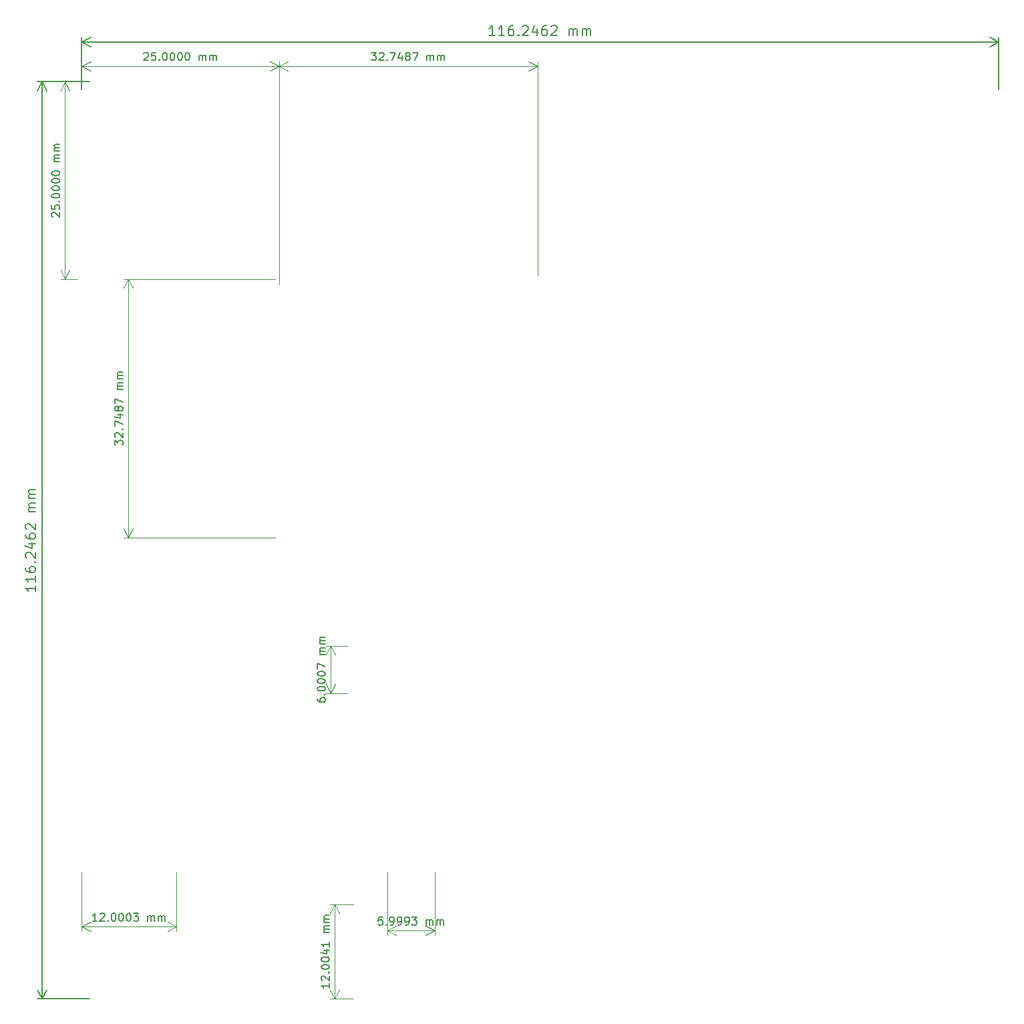
<source format=gbr>
G04 #@! TF.GenerationSoftware,KiCad,Pcbnew,9.0.0-rc2-3baa6cd791~182~ubuntu24.04.1*
G04 #@! TF.CreationDate,2025-02-06T23:06:31-05:00*
G04 #@! TF.ProjectId,PCA20073_Tiny_Board_Panel,50434132-3030-4373-935f-54696e795f42,rev?*
G04 #@! TF.SameCoordinates,PX5630ad8PY1312d00*
G04 #@! TF.FileFunction,OtherDrawing,Comment*
%FSLAX46Y46*%
G04 Gerber Fmt 4.6, Leading zero omitted, Abs format (unit mm)*
G04 Created by KiCad (PCBNEW 9.0.0-rc2-3baa6cd791~182~ubuntu24.04.1) date 2025-02-06 23:06:31*
%MOMM*%
%LPD*%
G01*
G04 APERTURE LIST*
%ADD10C,0.150000*%
%ADD11C,0.100000*%
%ADD12C,0.158750*%
%ADD13C,0.200000*%
G04 APERTURE END LIST*
D10*
X7880953Y3599943D02*
X7928572Y3647562D01*
X7928572Y3647562D02*
X8023810Y3695181D01*
X8023810Y3695181D02*
X8261905Y3695181D01*
X8261905Y3695181D02*
X8357143Y3647562D01*
X8357143Y3647562D02*
X8404762Y3599943D01*
X8404762Y3599943D02*
X8452381Y3504705D01*
X8452381Y3504705D02*
X8452381Y3409467D01*
X8452381Y3409467D02*
X8404762Y3266610D01*
X8404762Y3266610D02*
X7833334Y2695181D01*
X7833334Y2695181D02*
X8452381Y2695181D01*
X9357143Y3695181D02*
X8880953Y3695181D01*
X8880953Y3695181D02*
X8833334Y3218991D01*
X8833334Y3218991D02*
X8880953Y3266610D01*
X8880953Y3266610D02*
X8976191Y3314229D01*
X8976191Y3314229D02*
X9214286Y3314229D01*
X9214286Y3314229D02*
X9309524Y3266610D01*
X9309524Y3266610D02*
X9357143Y3218991D01*
X9357143Y3218991D02*
X9404762Y3123753D01*
X9404762Y3123753D02*
X9404762Y2885658D01*
X9404762Y2885658D02*
X9357143Y2790420D01*
X9357143Y2790420D02*
X9309524Y2742800D01*
X9309524Y2742800D02*
X9214286Y2695181D01*
X9214286Y2695181D02*
X8976191Y2695181D01*
X8976191Y2695181D02*
X8880953Y2742800D01*
X8880953Y2742800D02*
X8833334Y2790420D01*
X9833334Y2790420D02*
X9880953Y2742800D01*
X9880953Y2742800D02*
X9833334Y2695181D01*
X9833334Y2695181D02*
X9785715Y2742800D01*
X9785715Y2742800D02*
X9833334Y2790420D01*
X9833334Y2790420D02*
X9833334Y2695181D01*
X10500000Y3695181D02*
X10595238Y3695181D01*
X10595238Y3695181D02*
X10690476Y3647562D01*
X10690476Y3647562D02*
X10738095Y3599943D01*
X10738095Y3599943D02*
X10785714Y3504705D01*
X10785714Y3504705D02*
X10833333Y3314229D01*
X10833333Y3314229D02*
X10833333Y3076134D01*
X10833333Y3076134D02*
X10785714Y2885658D01*
X10785714Y2885658D02*
X10738095Y2790420D01*
X10738095Y2790420D02*
X10690476Y2742800D01*
X10690476Y2742800D02*
X10595238Y2695181D01*
X10595238Y2695181D02*
X10500000Y2695181D01*
X10500000Y2695181D02*
X10404762Y2742800D01*
X10404762Y2742800D02*
X10357143Y2790420D01*
X10357143Y2790420D02*
X10309524Y2885658D01*
X10309524Y2885658D02*
X10261905Y3076134D01*
X10261905Y3076134D02*
X10261905Y3314229D01*
X10261905Y3314229D02*
X10309524Y3504705D01*
X10309524Y3504705D02*
X10357143Y3599943D01*
X10357143Y3599943D02*
X10404762Y3647562D01*
X10404762Y3647562D02*
X10500000Y3695181D01*
X11452381Y3695181D02*
X11547619Y3695181D01*
X11547619Y3695181D02*
X11642857Y3647562D01*
X11642857Y3647562D02*
X11690476Y3599943D01*
X11690476Y3599943D02*
X11738095Y3504705D01*
X11738095Y3504705D02*
X11785714Y3314229D01*
X11785714Y3314229D02*
X11785714Y3076134D01*
X11785714Y3076134D02*
X11738095Y2885658D01*
X11738095Y2885658D02*
X11690476Y2790420D01*
X11690476Y2790420D02*
X11642857Y2742800D01*
X11642857Y2742800D02*
X11547619Y2695181D01*
X11547619Y2695181D02*
X11452381Y2695181D01*
X11452381Y2695181D02*
X11357143Y2742800D01*
X11357143Y2742800D02*
X11309524Y2790420D01*
X11309524Y2790420D02*
X11261905Y2885658D01*
X11261905Y2885658D02*
X11214286Y3076134D01*
X11214286Y3076134D02*
X11214286Y3314229D01*
X11214286Y3314229D02*
X11261905Y3504705D01*
X11261905Y3504705D02*
X11309524Y3599943D01*
X11309524Y3599943D02*
X11357143Y3647562D01*
X11357143Y3647562D02*
X11452381Y3695181D01*
X12404762Y3695181D02*
X12500000Y3695181D01*
X12500000Y3695181D02*
X12595238Y3647562D01*
X12595238Y3647562D02*
X12642857Y3599943D01*
X12642857Y3599943D02*
X12690476Y3504705D01*
X12690476Y3504705D02*
X12738095Y3314229D01*
X12738095Y3314229D02*
X12738095Y3076134D01*
X12738095Y3076134D02*
X12690476Y2885658D01*
X12690476Y2885658D02*
X12642857Y2790420D01*
X12642857Y2790420D02*
X12595238Y2742800D01*
X12595238Y2742800D02*
X12500000Y2695181D01*
X12500000Y2695181D02*
X12404762Y2695181D01*
X12404762Y2695181D02*
X12309524Y2742800D01*
X12309524Y2742800D02*
X12261905Y2790420D01*
X12261905Y2790420D02*
X12214286Y2885658D01*
X12214286Y2885658D02*
X12166667Y3076134D01*
X12166667Y3076134D02*
X12166667Y3314229D01*
X12166667Y3314229D02*
X12214286Y3504705D01*
X12214286Y3504705D02*
X12261905Y3599943D01*
X12261905Y3599943D02*
X12309524Y3647562D01*
X12309524Y3647562D02*
X12404762Y3695181D01*
X13357143Y3695181D02*
X13452381Y3695181D01*
X13452381Y3695181D02*
X13547619Y3647562D01*
X13547619Y3647562D02*
X13595238Y3599943D01*
X13595238Y3599943D02*
X13642857Y3504705D01*
X13642857Y3504705D02*
X13690476Y3314229D01*
X13690476Y3314229D02*
X13690476Y3076134D01*
X13690476Y3076134D02*
X13642857Y2885658D01*
X13642857Y2885658D02*
X13595238Y2790420D01*
X13595238Y2790420D02*
X13547619Y2742800D01*
X13547619Y2742800D02*
X13452381Y2695181D01*
X13452381Y2695181D02*
X13357143Y2695181D01*
X13357143Y2695181D02*
X13261905Y2742800D01*
X13261905Y2742800D02*
X13214286Y2790420D01*
X13214286Y2790420D02*
X13166667Y2885658D01*
X13166667Y2885658D02*
X13119048Y3076134D01*
X13119048Y3076134D02*
X13119048Y3314229D01*
X13119048Y3314229D02*
X13166667Y3504705D01*
X13166667Y3504705D02*
X13214286Y3599943D01*
X13214286Y3599943D02*
X13261905Y3647562D01*
X13261905Y3647562D02*
X13357143Y3695181D01*
X14880953Y2695181D02*
X14880953Y3361848D01*
X14880953Y3266610D02*
X14928572Y3314229D01*
X14928572Y3314229D02*
X15023810Y3361848D01*
X15023810Y3361848D02*
X15166667Y3361848D01*
X15166667Y3361848D02*
X15261905Y3314229D01*
X15261905Y3314229D02*
X15309524Y3218991D01*
X15309524Y3218991D02*
X15309524Y2695181D01*
X15309524Y3218991D02*
X15357143Y3314229D01*
X15357143Y3314229D02*
X15452381Y3361848D01*
X15452381Y3361848D02*
X15595238Y3361848D01*
X15595238Y3361848D02*
X15690477Y3314229D01*
X15690477Y3314229D02*
X15738096Y3218991D01*
X15738096Y3218991D02*
X15738096Y2695181D01*
X16214286Y2695181D02*
X16214286Y3361848D01*
X16214286Y3266610D02*
X16261905Y3314229D01*
X16261905Y3314229D02*
X16357143Y3361848D01*
X16357143Y3361848D02*
X16500000Y3361848D01*
X16500000Y3361848D02*
X16595238Y3314229D01*
X16595238Y3314229D02*
X16642857Y3218991D01*
X16642857Y3218991D02*
X16642857Y2695181D01*
X16642857Y3218991D02*
X16690476Y3314229D01*
X16690476Y3314229D02*
X16785714Y3361848D01*
X16785714Y3361848D02*
X16928571Y3361848D01*
X16928571Y3361848D02*
X17023810Y3314229D01*
X17023810Y3314229D02*
X17071429Y3218991D01*
X17071429Y3218991D02*
X17071429Y2695181D01*
D11*
X25000000Y-25700000D02*
X25000000Y2586420D01*
X0Y2586420D02*
X0Y-700000D01*
X25000000Y2000000D02*
X0Y2000000D01*
X25000000Y2000000D02*
X0Y2000000D01*
X25000000Y2000000D02*
X23873496Y1413579D01*
X25000000Y2000000D02*
X23873496Y2586421D01*
X0Y2000000D02*
X1126504Y2586421D01*
X0Y2000000D02*
X1126504Y1413579D01*
X25000000Y2000000D02*
X0Y2000000D01*
X25000000Y2000000D02*
X0Y2000000D01*
X25000000Y2000000D02*
X23873496Y1413579D01*
X25000000Y2000000D02*
X23873496Y2586421D01*
X0Y2000000D02*
X1126504Y2586421D01*
X0Y2000000D02*
X1126504Y1413579D01*
D10*
X-3699943Y-17119046D02*
X-3747562Y-17071427D01*
X-3747562Y-17071427D02*
X-3795181Y-16976189D01*
X-3795181Y-16976189D02*
X-3795181Y-16738094D01*
X-3795181Y-16738094D02*
X-3747562Y-16642856D01*
X-3747562Y-16642856D02*
X-3699943Y-16595237D01*
X-3699943Y-16595237D02*
X-3604705Y-16547618D01*
X-3604705Y-16547618D02*
X-3509467Y-16547618D01*
X-3509467Y-16547618D02*
X-3366610Y-16595237D01*
X-3366610Y-16595237D02*
X-2795181Y-17166665D01*
X-2795181Y-17166665D02*
X-2795181Y-16547618D01*
X-3795181Y-15642856D02*
X-3795181Y-16119046D01*
X-3795181Y-16119046D02*
X-3318991Y-16166665D01*
X-3318991Y-16166665D02*
X-3366610Y-16119046D01*
X-3366610Y-16119046D02*
X-3414229Y-16023808D01*
X-3414229Y-16023808D02*
X-3414229Y-15785713D01*
X-3414229Y-15785713D02*
X-3366610Y-15690475D01*
X-3366610Y-15690475D02*
X-3318991Y-15642856D01*
X-3318991Y-15642856D02*
X-3223753Y-15595237D01*
X-3223753Y-15595237D02*
X-2985658Y-15595237D01*
X-2985658Y-15595237D02*
X-2890420Y-15642856D01*
X-2890420Y-15642856D02*
X-2842800Y-15690475D01*
X-2842800Y-15690475D02*
X-2795181Y-15785713D01*
X-2795181Y-15785713D02*
X-2795181Y-16023808D01*
X-2795181Y-16023808D02*
X-2842800Y-16119046D01*
X-2842800Y-16119046D02*
X-2890420Y-16166665D01*
X-2890420Y-15166665D02*
X-2842800Y-15119046D01*
X-2842800Y-15119046D02*
X-2795181Y-15166665D01*
X-2795181Y-15166665D02*
X-2842800Y-15214284D01*
X-2842800Y-15214284D02*
X-2890420Y-15166665D01*
X-2890420Y-15166665D02*
X-2795181Y-15166665D01*
X-3795181Y-14499999D02*
X-3795181Y-14404761D01*
X-3795181Y-14404761D02*
X-3747562Y-14309523D01*
X-3747562Y-14309523D02*
X-3699943Y-14261904D01*
X-3699943Y-14261904D02*
X-3604705Y-14214285D01*
X-3604705Y-14214285D02*
X-3414229Y-14166666D01*
X-3414229Y-14166666D02*
X-3176134Y-14166666D01*
X-3176134Y-14166666D02*
X-2985658Y-14214285D01*
X-2985658Y-14214285D02*
X-2890420Y-14261904D01*
X-2890420Y-14261904D02*
X-2842800Y-14309523D01*
X-2842800Y-14309523D02*
X-2795181Y-14404761D01*
X-2795181Y-14404761D02*
X-2795181Y-14499999D01*
X-2795181Y-14499999D02*
X-2842800Y-14595237D01*
X-2842800Y-14595237D02*
X-2890420Y-14642856D01*
X-2890420Y-14642856D02*
X-2985658Y-14690475D01*
X-2985658Y-14690475D02*
X-3176134Y-14738094D01*
X-3176134Y-14738094D02*
X-3414229Y-14738094D01*
X-3414229Y-14738094D02*
X-3604705Y-14690475D01*
X-3604705Y-14690475D02*
X-3699943Y-14642856D01*
X-3699943Y-14642856D02*
X-3747562Y-14595237D01*
X-3747562Y-14595237D02*
X-3795181Y-14499999D01*
X-3795181Y-13547618D02*
X-3795181Y-13452380D01*
X-3795181Y-13452380D02*
X-3747562Y-13357142D01*
X-3747562Y-13357142D02*
X-3699943Y-13309523D01*
X-3699943Y-13309523D02*
X-3604705Y-13261904D01*
X-3604705Y-13261904D02*
X-3414229Y-13214285D01*
X-3414229Y-13214285D02*
X-3176134Y-13214285D01*
X-3176134Y-13214285D02*
X-2985658Y-13261904D01*
X-2985658Y-13261904D02*
X-2890420Y-13309523D01*
X-2890420Y-13309523D02*
X-2842800Y-13357142D01*
X-2842800Y-13357142D02*
X-2795181Y-13452380D01*
X-2795181Y-13452380D02*
X-2795181Y-13547618D01*
X-2795181Y-13547618D02*
X-2842800Y-13642856D01*
X-2842800Y-13642856D02*
X-2890420Y-13690475D01*
X-2890420Y-13690475D02*
X-2985658Y-13738094D01*
X-2985658Y-13738094D02*
X-3176134Y-13785713D01*
X-3176134Y-13785713D02*
X-3414229Y-13785713D01*
X-3414229Y-13785713D02*
X-3604705Y-13738094D01*
X-3604705Y-13738094D02*
X-3699943Y-13690475D01*
X-3699943Y-13690475D02*
X-3747562Y-13642856D01*
X-3747562Y-13642856D02*
X-3795181Y-13547618D01*
X-3795181Y-12595237D02*
X-3795181Y-12499999D01*
X-3795181Y-12499999D02*
X-3747562Y-12404761D01*
X-3747562Y-12404761D02*
X-3699943Y-12357142D01*
X-3699943Y-12357142D02*
X-3604705Y-12309523D01*
X-3604705Y-12309523D02*
X-3414229Y-12261904D01*
X-3414229Y-12261904D02*
X-3176134Y-12261904D01*
X-3176134Y-12261904D02*
X-2985658Y-12309523D01*
X-2985658Y-12309523D02*
X-2890420Y-12357142D01*
X-2890420Y-12357142D02*
X-2842800Y-12404761D01*
X-2842800Y-12404761D02*
X-2795181Y-12499999D01*
X-2795181Y-12499999D02*
X-2795181Y-12595237D01*
X-2795181Y-12595237D02*
X-2842800Y-12690475D01*
X-2842800Y-12690475D02*
X-2890420Y-12738094D01*
X-2890420Y-12738094D02*
X-2985658Y-12785713D01*
X-2985658Y-12785713D02*
X-3176134Y-12833332D01*
X-3176134Y-12833332D02*
X-3414229Y-12833332D01*
X-3414229Y-12833332D02*
X-3604705Y-12785713D01*
X-3604705Y-12785713D02*
X-3699943Y-12738094D01*
X-3699943Y-12738094D02*
X-3747562Y-12690475D01*
X-3747562Y-12690475D02*
X-3795181Y-12595237D01*
X-3795181Y-11642856D02*
X-3795181Y-11547618D01*
X-3795181Y-11547618D02*
X-3747562Y-11452380D01*
X-3747562Y-11452380D02*
X-3699943Y-11404761D01*
X-3699943Y-11404761D02*
X-3604705Y-11357142D01*
X-3604705Y-11357142D02*
X-3414229Y-11309523D01*
X-3414229Y-11309523D02*
X-3176134Y-11309523D01*
X-3176134Y-11309523D02*
X-2985658Y-11357142D01*
X-2985658Y-11357142D02*
X-2890420Y-11404761D01*
X-2890420Y-11404761D02*
X-2842800Y-11452380D01*
X-2842800Y-11452380D02*
X-2795181Y-11547618D01*
X-2795181Y-11547618D02*
X-2795181Y-11642856D01*
X-2795181Y-11642856D02*
X-2842800Y-11738094D01*
X-2842800Y-11738094D02*
X-2890420Y-11785713D01*
X-2890420Y-11785713D02*
X-2985658Y-11833332D01*
X-2985658Y-11833332D02*
X-3176134Y-11880951D01*
X-3176134Y-11880951D02*
X-3414229Y-11880951D01*
X-3414229Y-11880951D02*
X-3604705Y-11833332D01*
X-3604705Y-11833332D02*
X-3699943Y-11785713D01*
X-3699943Y-11785713D02*
X-3747562Y-11738094D01*
X-3747562Y-11738094D02*
X-3795181Y-11642856D01*
X-2795181Y-10119046D02*
X-3461848Y-10119046D01*
X-3366610Y-10119046D02*
X-3414229Y-10071427D01*
X-3414229Y-10071427D02*
X-3461848Y-9976189D01*
X-3461848Y-9976189D02*
X-3461848Y-9833332D01*
X-3461848Y-9833332D02*
X-3414229Y-9738094D01*
X-3414229Y-9738094D02*
X-3318991Y-9690475D01*
X-3318991Y-9690475D02*
X-2795181Y-9690475D01*
X-3318991Y-9690475D02*
X-3414229Y-9642856D01*
X-3414229Y-9642856D02*
X-3461848Y-9547618D01*
X-3461848Y-9547618D02*
X-3461848Y-9404761D01*
X-3461848Y-9404761D02*
X-3414229Y-9309522D01*
X-3414229Y-9309522D02*
X-3318991Y-9261903D01*
X-3318991Y-9261903D02*
X-2795181Y-9261903D01*
X-2795181Y-8785713D02*
X-3461848Y-8785713D01*
X-3366610Y-8785713D02*
X-3414229Y-8738094D01*
X-3414229Y-8738094D02*
X-3461848Y-8642856D01*
X-3461848Y-8642856D02*
X-3461848Y-8499999D01*
X-3461848Y-8499999D02*
X-3414229Y-8404761D01*
X-3414229Y-8404761D02*
X-3318991Y-8357142D01*
X-3318991Y-8357142D02*
X-2795181Y-8357142D01*
X-3318991Y-8357142D02*
X-3414229Y-8309523D01*
X-3414229Y-8309523D02*
X-3461848Y-8214285D01*
X-3461848Y-8214285D02*
X-3461848Y-8071428D01*
X-3461848Y-8071428D02*
X-3414229Y-7976189D01*
X-3414229Y-7976189D02*
X-3318991Y-7928570D01*
X-3318991Y-7928570D02*
X-2795181Y-7928570D01*
D11*
X-500000Y0D02*
X-2686420Y0D01*
X-2686420Y-25000000D02*
X-500000Y-25000000D01*
X-2100000Y0D02*
X-2100000Y-25000000D01*
X-2100000Y0D02*
X-2100000Y-25000000D01*
X-2100000Y0D02*
X-1513579Y-1126504D01*
X-2100000Y0D02*
X-2686421Y-1126504D01*
X-2100000Y-25000000D02*
X-2686421Y-23873496D01*
X-2100000Y-25000000D02*
X-1513579Y-23873496D01*
X-2100000Y0D02*
X-2100000Y-25000000D01*
X-2100000Y0D02*
X-2100000Y-25000000D01*
X-2100000Y0D02*
X-1513579Y-1126504D01*
X-2100000Y0D02*
X-2686421Y-1126504D01*
X-2100000Y-25000000D02*
X-2686421Y-23873496D01*
X-2100000Y-25000000D02*
X-1513579Y-23873496D01*
D10*
X4204819Y-46061849D02*
X4204819Y-45442802D01*
X4204819Y-45442802D02*
X4585771Y-45776135D01*
X4585771Y-45776135D02*
X4585771Y-45633278D01*
X4585771Y-45633278D02*
X4633390Y-45538040D01*
X4633390Y-45538040D02*
X4681009Y-45490421D01*
X4681009Y-45490421D02*
X4776247Y-45442802D01*
X4776247Y-45442802D02*
X5014342Y-45442802D01*
X5014342Y-45442802D02*
X5109580Y-45490421D01*
X5109580Y-45490421D02*
X5157200Y-45538040D01*
X5157200Y-45538040D02*
X5204819Y-45633278D01*
X5204819Y-45633278D02*
X5204819Y-45918992D01*
X5204819Y-45918992D02*
X5157200Y-46014230D01*
X5157200Y-46014230D02*
X5109580Y-46061849D01*
X4300057Y-45061849D02*
X4252438Y-45014230D01*
X4252438Y-45014230D02*
X4204819Y-44918992D01*
X4204819Y-44918992D02*
X4204819Y-44680897D01*
X4204819Y-44680897D02*
X4252438Y-44585659D01*
X4252438Y-44585659D02*
X4300057Y-44538040D01*
X4300057Y-44538040D02*
X4395295Y-44490421D01*
X4395295Y-44490421D02*
X4490533Y-44490421D01*
X4490533Y-44490421D02*
X4633390Y-44538040D01*
X4633390Y-44538040D02*
X5204819Y-45109468D01*
X5204819Y-45109468D02*
X5204819Y-44490421D01*
X5109580Y-44061849D02*
X5157200Y-44014230D01*
X5157200Y-44014230D02*
X5204819Y-44061849D01*
X5204819Y-44061849D02*
X5157200Y-44109468D01*
X5157200Y-44109468D02*
X5109580Y-44061849D01*
X5109580Y-44061849D02*
X5204819Y-44061849D01*
X4204819Y-43680897D02*
X4204819Y-43014231D01*
X4204819Y-43014231D02*
X5204819Y-43442802D01*
X4538152Y-42204707D02*
X5204819Y-42204707D01*
X4157200Y-42442802D02*
X4871485Y-42680897D01*
X4871485Y-42680897D02*
X4871485Y-42061850D01*
X4633390Y-41538040D02*
X4585771Y-41633278D01*
X4585771Y-41633278D02*
X4538152Y-41680897D01*
X4538152Y-41680897D02*
X4442914Y-41728516D01*
X4442914Y-41728516D02*
X4395295Y-41728516D01*
X4395295Y-41728516D02*
X4300057Y-41680897D01*
X4300057Y-41680897D02*
X4252438Y-41633278D01*
X4252438Y-41633278D02*
X4204819Y-41538040D01*
X4204819Y-41538040D02*
X4204819Y-41347564D01*
X4204819Y-41347564D02*
X4252438Y-41252326D01*
X4252438Y-41252326D02*
X4300057Y-41204707D01*
X4300057Y-41204707D02*
X4395295Y-41157088D01*
X4395295Y-41157088D02*
X4442914Y-41157088D01*
X4442914Y-41157088D02*
X4538152Y-41204707D01*
X4538152Y-41204707D02*
X4585771Y-41252326D01*
X4585771Y-41252326D02*
X4633390Y-41347564D01*
X4633390Y-41347564D02*
X4633390Y-41538040D01*
X4633390Y-41538040D02*
X4681009Y-41633278D01*
X4681009Y-41633278D02*
X4728628Y-41680897D01*
X4728628Y-41680897D02*
X4823866Y-41728516D01*
X4823866Y-41728516D02*
X5014342Y-41728516D01*
X5014342Y-41728516D02*
X5109580Y-41680897D01*
X5109580Y-41680897D02*
X5157200Y-41633278D01*
X5157200Y-41633278D02*
X5204819Y-41538040D01*
X5204819Y-41538040D02*
X5204819Y-41347564D01*
X5204819Y-41347564D02*
X5157200Y-41252326D01*
X5157200Y-41252326D02*
X5109580Y-41204707D01*
X5109580Y-41204707D02*
X5014342Y-41157088D01*
X5014342Y-41157088D02*
X4823866Y-41157088D01*
X4823866Y-41157088D02*
X4728628Y-41204707D01*
X4728628Y-41204707D02*
X4681009Y-41252326D01*
X4681009Y-41252326D02*
X4633390Y-41347564D01*
X4204819Y-40823754D02*
X4204819Y-40157088D01*
X4204819Y-40157088D02*
X5204819Y-40585659D01*
X5204819Y-39014230D02*
X4538152Y-39014230D01*
X4633390Y-39014230D02*
X4585771Y-38966611D01*
X4585771Y-38966611D02*
X4538152Y-38871373D01*
X4538152Y-38871373D02*
X4538152Y-38728516D01*
X4538152Y-38728516D02*
X4585771Y-38633278D01*
X4585771Y-38633278D02*
X4681009Y-38585659D01*
X4681009Y-38585659D02*
X5204819Y-38585659D01*
X4681009Y-38585659D02*
X4585771Y-38538040D01*
X4585771Y-38538040D02*
X4538152Y-38442802D01*
X4538152Y-38442802D02*
X4538152Y-38299945D01*
X4538152Y-38299945D02*
X4585771Y-38204706D01*
X4585771Y-38204706D02*
X4681009Y-38157087D01*
X4681009Y-38157087D02*
X5204819Y-38157087D01*
X5204819Y-37680897D02*
X4538152Y-37680897D01*
X4633390Y-37680897D02*
X4585771Y-37633278D01*
X4585771Y-37633278D02*
X4538152Y-37538040D01*
X4538152Y-37538040D02*
X4538152Y-37395183D01*
X4538152Y-37395183D02*
X4585771Y-37299945D01*
X4585771Y-37299945D02*
X4681009Y-37252326D01*
X4681009Y-37252326D02*
X5204819Y-37252326D01*
X4681009Y-37252326D02*
X4585771Y-37204707D01*
X4585771Y-37204707D02*
X4538152Y-37109469D01*
X4538152Y-37109469D02*
X4538152Y-36966612D01*
X4538152Y-36966612D02*
X4585771Y-36871373D01*
X4585771Y-36871373D02*
X4681009Y-36823754D01*
X4681009Y-36823754D02*
X5204819Y-36823754D01*
D11*
X24520801Y-25020815D02*
X5313580Y-25020815D01*
X5313580Y-57769552D02*
X24520801Y-57769552D01*
X5900000Y-25020815D02*
X5900000Y-57769552D01*
X5900000Y-25020815D02*
X5900000Y-57769552D01*
X5900000Y-25020815D02*
X6486421Y-26147319D01*
X5900000Y-25020815D02*
X5313579Y-26147319D01*
X5900000Y-57769552D02*
X5313579Y-56643048D01*
X5900000Y-57769552D02*
X6486421Y-56643048D01*
X5900000Y-25020815D02*
X5900000Y-57769552D01*
X5900000Y-25020815D02*
X5900000Y-57769552D01*
X5900000Y-25020815D02*
X6486421Y-26147319D01*
X5900000Y-25020815D02*
X5313579Y-26147319D01*
X5900000Y-57769552D02*
X5313579Y-56643048D01*
X5900000Y-57769552D02*
X6486421Y-56643048D01*
D10*
X36728496Y3695181D02*
X37347543Y3695181D01*
X37347543Y3695181D02*
X37014210Y3314229D01*
X37014210Y3314229D02*
X37157067Y3314229D01*
X37157067Y3314229D02*
X37252305Y3266610D01*
X37252305Y3266610D02*
X37299924Y3218991D01*
X37299924Y3218991D02*
X37347543Y3123753D01*
X37347543Y3123753D02*
X37347543Y2885658D01*
X37347543Y2885658D02*
X37299924Y2790420D01*
X37299924Y2790420D02*
X37252305Y2742800D01*
X37252305Y2742800D02*
X37157067Y2695181D01*
X37157067Y2695181D02*
X36871353Y2695181D01*
X36871353Y2695181D02*
X36776115Y2742800D01*
X36776115Y2742800D02*
X36728496Y2790420D01*
X37728496Y3599943D02*
X37776115Y3647562D01*
X37776115Y3647562D02*
X37871353Y3695181D01*
X37871353Y3695181D02*
X38109448Y3695181D01*
X38109448Y3695181D02*
X38204686Y3647562D01*
X38204686Y3647562D02*
X38252305Y3599943D01*
X38252305Y3599943D02*
X38299924Y3504705D01*
X38299924Y3504705D02*
X38299924Y3409467D01*
X38299924Y3409467D02*
X38252305Y3266610D01*
X38252305Y3266610D02*
X37680877Y2695181D01*
X37680877Y2695181D02*
X38299924Y2695181D01*
X38728496Y2790420D02*
X38776115Y2742800D01*
X38776115Y2742800D02*
X38728496Y2695181D01*
X38728496Y2695181D02*
X38680877Y2742800D01*
X38680877Y2742800D02*
X38728496Y2790420D01*
X38728496Y2790420D02*
X38728496Y2695181D01*
X39109448Y3695181D02*
X39776114Y3695181D01*
X39776114Y3695181D02*
X39347543Y2695181D01*
X40585638Y3361848D02*
X40585638Y2695181D01*
X40347543Y3742800D02*
X40109448Y3028515D01*
X40109448Y3028515D02*
X40728495Y3028515D01*
X41252305Y3266610D02*
X41157067Y3314229D01*
X41157067Y3314229D02*
X41109448Y3361848D01*
X41109448Y3361848D02*
X41061829Y3457086D01*
X41061829Y3457086D02*
X41061829Y3504705D01*
X41061829Y3504705D02*
X41109448Y3599943D01*
X41109448Y3599943D02*
X41157067Y3647562D01*
X41157067Y3647562D02*
X41252305Y3695181D01*
X41252305Y3695181D02*
X41442781Y3695181D01*
X41442781Y3695181D02*
X41538019Y3647562D01*
X41538019Y3647562D02*
X41585638Y3599943D01*
X41585638Y3599943D02*
X41633257Y3504705D01*
X41633257Y3504705D02*
X41633257Y3457086D01*
X41633257Y3457086D02*
X41585638Y3361848D01*
X41585638Y3361848D02*
X41538019Y3314229D01*
X41538019Y3314229D02*
X41442781Y3266610D01*
X41442781Y3266610D02*
X41252305Y3266610D01*
X41252305Y3266610D02*
X41157067Y3218991D01*
X41157067Y3218991D02*
X41109448Y3171372D01*
X41109448Y3171372D02*
X41061829Y3076134D01*
X41061829Y3076134D02*
X41061829Y2885658D01*
X41061829Y2885658D02*
X41109448Y2790420D01*
X41109448Y2790420D02*
X41157067Y2742800D01*
X41157067Y2742800D02*
X41252305Y2695181D01*
X41252305Y2695181D02*
X41442781Y2695181D01*
X41442781Y2695181D02*
X41538019Y2742800D01*
X41538019Y2742800D02*
X41585638Y2790420D01*
X41585638Y2790420D02*
X41633257Y2885658D01*
X41633257Y2885658D02*
X41633257Y3076134D01*
X41633257Y3076134D02*
X41585638Y3171372D01*
X41585638Y3171372D02*
X41538019Y3218991D01*
X41538019Y3218991D02*
X41442781Y3266610D01*
X41966591Y3695181D02*
X42633257Y3695181D01*
X42633257Y3695181D02*
X42204686Y2695181D01*
X43776115Y2695181D02*
X43776115Y3361848D01*
X43776115Y3266610D02*
X43823734Y3314229D01*
X43823734Y3314229D02*
X43918972Y3361848D01*
X43918972Y3361848D02*
X44061829Y3361848D01*
X44061829Y3361848D02*
X44157067Y3314229D01*
X44157067Y3314229D02*
X44204686Y3218991D01*
X44204686Y3218991D02*
X44204686Y2695181D01*
X44204686Y3218991D02*
X44252305Y3314229D01*
X44252305Y3314229D02*
X44347543Y3361848D01*
X44347543Y3361848D02*
X44490400Y3361848D01*
X44490400Y3361848D02*
X44585639Y3314229D01*
X44585639Y3314229D02*
X44633258Y3218991D01*
X44633258Y3218991D02*
X44633258Y2695181D01*
X45109448Y2695181D02*
X45109448Y3361848D01*
X45109448Y3266610D02*
X45157067Y3314229D01*
X45157067Y3314229D02*
X45252305Y3361848D01*
X45252305Y3361848D02*
X45395162Y3361848D01*
X45395162Y3361848D02*
X45490400Y3314229D01*
X45490400Y3314229D02*
X45538019Y3218991D01*
X45538019Y3218991D02*
X45538019Y2695181D01*
X45538019Y3218991D02*
X45585638Y3314229D01*
X45585638Y3314229D02*
X45680876Y3361848D01*
X45680876Y3361848D02*
X45823733Y3361848D01*
X45823733Y3361848D02*
X45918972Y3314229D01*
X45918972Y3314229D02*
X45966591Y3218991D01*
X45966591Y3218991D02*
X45966591Y2695181D01*
D11*
X25020801Y-24520815D02*
X25020801Y2586420D01*
X57769522Y2586420D02*
X57769522Y-24520815D01*
X25020801Y2000000D02*
X57769522Y2000000D01*
X25020801Y2000000D02*
X57769522Y2000000D01*
X25020801Y2000000D02*
X26147305Y2586421D01*
X25020801Y2000000D02*
X26147305Y1413579D01*
X57769522Y2000000D02*
X56643018Y1413579D01*
X57769522Y2000000D02*
X56643018Y2586421D01*
X25020801Y2000000D02*
X57769522Y2000000D01*
X25020801Y2000000D02*
X57769522Y2000000D01*
X25020801Y2000000D02*
X26147305Y2586421D01*
X25020801Y2000000D02*
X26147305Y1413579D01*
X57769522Y2000000D02*
X56643018Y1413579D01*
X57769522Y2000000D02*
X56643018Y2586421D01*
D10*
X29864819Y-78164140D02*
X29864819Y-78354616D01*
X29864819Y-78354616D02*
X29912438Y-78449854D01*
X29912438Y-78449854D02*
X29960057Y-78497473D01*
X29960057Y-78497473D02*
X30102914Y-78592711D01*
X30102914Y-78592711D02*
X30293390Y-78640330D01*
X30293390Y-78640330D02*
X30674342Y-78640330D01*
X30674342Y-78640330D02*
X30769580Y-78592711D01*
X30769580Y-78592711D02*
X30817200Y-78545092D01*
X30817200Y-78545092D02*
X30864819Y-78449854D01*
X30864819Y-78449854D02*
X30864819Y-78259378D01*
X30864819Y-78259378D02*
X30817200Y-78164140D01*
X30817200Y-78164140D02*
X30769580Y-78116521D01*
X30769580Y-78116521D02*
X30674342Y-78068902D01*
X30674342Y-78068902D02*
X30436247Y-78068902D01*
X30436247Y-78068902D02*
X30341009Y-78116521D01*
X30341009Y-78116521D02*
X30293390Y-78164140D01*
X30293390Y-78164140D02*
X30245771Y-78259378D01*
X30245771Y-78259378D02*
X30245771Y-78449854D01*
X30245771Y-78449854D02*
X30293390Y-78545092D01*
X30293390Y-78545092D02*
X30341009Y-78592711D01*
X30341009Y-78592711D02*
X30436247Y-78640330D01*
X30769580Y-77640330D02*
X30817200Y-77592711D01*
X30817200Y-77592711D02*
X30864819Y-77640330D01*
X30864819Y-77640330D02*
X30817200Y-77687949D01*
X30817200Y-77687949D02*
X30769580Y-77640330D01*
X30769580Y-77640330D02*
X30864819Y-77640330D01*
X29864819Y-76973664D02*
X29864819Y-76878426D01*
X29864819Y-76878426D02*
X29912438Y-76783188D01*
X29912438Y-76783188D02*
X29960057Y-76735569D01*
X29960057Y-76735569D02*
X30055295Y-76687950D01*
X30055295Y-76687950D02*
X30245771Y-76640331D01*
X30245771Y-76640331D02*
X30483866Y-76640331D01*
X30483866Y-76640331D02*
X30674342Y-76687950D01*
X30674342Y-76687950D02*
X30769580Y-76735569D01*
X30769580Y-76735569D02*
X30817200Y-76783188D01*
X30817200Y-76783188D02*
X30864819Y-76878426D01*
X30864819Y-76878426D02*
X30864819Y-76973664D01*
X30864819Y-76973664D02*
X30817200Y-77068902D01*
X30817200Y-77068902D02*
X30769580Y-77116521D01*
X30769580Y-77116521D02*
X30674342Y-77164140D01*
X30674342Y-77164140D02*
X30483866Y-77211759D01*
X30483866Y-77211759D02*
X30245771Y-77211759D01*
X30245771Y-77211759D02*
X30055295Y-77164140D01*
X30055295Y-77164140D02*
X29960057Y-77116521D01*
X29960057Y-77116521D02*
X29912438Y-77068902D01*
X29912438Y-77068902D02*
X29864819Y-76973664D01*
X29864819Y-76021283D02*
X29864819Y-75926045D01*
X29864819Y-75926045D02*
X29912438Y-75830807D01*
X29912438Y-75830807D02*
X29960057Y-75783188D01*
X29960057Y-75783188D02*
X30055295Y-75735569D01*
X30055295Y-75735569D02*
X30245771Y-75687950D01*
X30245771Y-75687950D02*
X30483866Y-75687950D01*
X30483866Y-75687950D02*
X30674342Y-75735569D01*
X30674342Y-75735569D02*
X30769580Y-75783188D01*
X30769580Y-75783188D02*
X30817200Y-75830807D01*
X30817200Y-75830807D02*
X30864819Y-75926045D01*
X30864819Y-75926045D02*
X30864819Y-76021283D01*
X30864819Y-76021283D02*
X30817200Y-76116521D01*
X30817200Y-76116521D02*
X30769580Y-76164140D01*
X30769580Y-76164140D02*
X30674342Y-76211759D01*
X30674342Y-76211759D02*
X30483866Y-76259378D01*
X30483866Y-76259378D02*
X30245771Y-76259378D01*
X30245771Y-76259378D02*
X30055295Y-76211759D01*
X30055295Y-76211759D02*
X29960057Y-76164140D01*
X29960057Y-76164140D02*
X29912438Y-76116521D01*
X29912438Y-76116521D02*
X29864819Y-76021283D01*
X29864819Y-75068902D02*
X29864819Y-74973664D01*
X29864819Y-74973664D02*
X29912438Y-74878426D01*
X29912438Y-74878426D02*
X29960057Y-74830807D01*
X29960057Y-74830807D02*
X30055295Y-74783188D01*
X30055295Y-74783188D02*
X30245771Y-74735569D01*
X30245771Y-74735569D02*
X30483866Y-74735569D01*
X30483866Y-74735569D02*
X30674342Y-74783188D01*
X30674342Y-74783188D02*
X30769580Y-74830807D01*
X30769580Y-74830807D02*
X30817200Y-74878426D01*
X30817200Y-74878426D02*
X30864819Y-74973664D01*
X30864819Y-74973664D02*
X30864819Y-75068902D01*
X30864819Y-75068902D02*
X30817200Y-75164140D01*
X30817200Y-75164140D02*
X30769580Y-75211759D01*
X30769580Y-75211759D02*
X30674342Y-75259378D01*
X30674342Y-75259378D02*
X30483866Y-75306997D01*
X30483866Y-75306997D02*
X30245771Y-75306997D01*
X30245771Y-75306997D02*
X30055295Y-75259378D01*
X30055295Y-75259378D02*
X29960057Y-75211759D01*
X29960057Y-75211759D02*
X29912438Y-75164140D01*
X29912438Y-75164140D02*
X29864819Y-75068902D01*
X29864819Y-74402235D02*
X29864819Y-73735569D01*
X29864819Y-73735569D02*
X30864819Y-74164140D01*
X30864819Y-72592711D02*
X30198152Y-72592711D01*
X30293390Y-72592711D02*
X30245771Y-72545092D01*
X30245771Y-72545092D02*
X30198152Y-72449854D01*
X30198152Y-72449854D02*
X30198152Y-72306997D01*
X30198152Y-72306997D02*
X30245771Y-72211759D01*
X30245771Y-72211759D02*
X30341009Y-72164140D01*
X30341009Y-72164140D02*
X30864819Y-72164140D01*
X30341009Y-72164140D02*
X30245771Y-72116521D01*
X30245771Y-72116521D02*
X30198152Y-72021283D01*
X30198152Y-72021283D02*
X30198152Y-71878426D01*
X30198152Y-71878426D02*
X30245771Y-71783187D01*
X30245771Y-71783187D02*
X30341009Y-71735568D01*
X30341009Y-71735568D02*
X30864819Y-71735568D01*
X30864819Y-71259378D02*
X30198152Y-71259378D01*
X30293390Y-71259378D02*
X30245771Y-71211759D01*
X30245771Y-71211759D02*
X30198152Y-71116521D01*
X30198152Y-71116521D02*
X30198152Y-70973664D01*
X30198152Y-70973664D02*
X30245771Y-70878426D01*
X30245771Y-70878426D02*
X30341009Y-70830807D01*
X30341009Y-70830807D02*
X30864819Y-70830807D01*
X30341009Y-70830807D02*
X30245771Y-70783188D01*
X30245771Y-70783188D02*
X30198152Y-70687950D01*
X30198152Y-70687950D02*
X30198152Y-70545093D01*
X30198152Y-70545093D02*
X30245771Y-70449854D01*
X30245771Y-70449854D02*
X30341009Y-70402235D01*
X30341009Y-70402235D02*
X30864819Y-70402235D01*
D11*
X33713189Y-77497816D02*
X30973580Y-77497816D01*
X30973580Y-71497132D02*
X33713189Y-71497132D01*
X31560000Y-77497816D02*
X31560000Y-71497132D01*
X31560000Y-77497816D02*
X31560000Y-71497132D01*
X31560000Y-77497816D02*
X30973579Y-76371312D01*
X31560000Y-77497816D02*
X32146421Y-76371312D01*
X31560000Y-71497132D02*
X32146421Y-72623636D01*
X31560000Y-71497132D02*
X30973579Y-72623636D01*
X31560000Y-77497816D02*
X31560000Y-71497132D01*
X31560000Y-77497816D02*
X31560000Y-71497132D01*
X31560000Y-77497816D02*
X30973579Y-76371312D01*
X31560000Y-77497816D02*
X32146421Y-76371312D01*
X31560000Y-71497132D02*
X32146421Y-72623636D01*
X31560000Y-71497132D02*
X30973579Y-72623636D01*
D10*
X1952551Y-106394819D02*
X1381123Y-106394819D01*
X1666837Y-106394819D02*
X1666837Y-105394819D01*
X1666837Y-105394819D02*
X1571599Y-105537676D01*
X1571599Y-105537676D02*
X1476361Y-105632914D01*
X1476361Y-105632914D02*
X1381123Y-105680533D01*
X2333504Y-105490057D02*
X2381123Y-105442438D01*
X2381123Y-105442438D02*
X2476361Y-105394819D01*
X2476361Y-105394819D02*
X2714456Y-105394819D01*
X2714456Y-105394819D02*
X2809694Y-105442438D01*
X2809694Y-105442438D02*
X2857313Y-105490057D01*
X2857313Y-105490057D02*
X2904932Y-105585295D01*
X2904932Y-105585295D02*
X2904932Y-105680533D01*
X2904932Y-105680533D02*
X2857313Y-105823390D01*
X2857313Y-105823390D02*
X2285885Y-106394819D01*
X2285885Y-106394819D02*
X2904932Y-106394819D01*
X3333504Y-106299580D02*
X3381123Y-106347200D01*
X3381123Y-106347200D02*
X3333504Y-106394819D01*
X3333504Y-106394819D02*
X3285885Y-106347200D01*
X3285885Y-106347200D02*
X3333504Y-106299580D01*
X3333504Y-106299580D02*
X3333504Y-106394819D01*
X4000170Y-105394819D02*
X4095408Y-105394819D01*
X4095408Y-105394819D02*
X4190646Y-105442438D01*
X4190646Y-105442438D02*
X4238265Y-105490057D01*
X4238265Y-105490057D02*
X4285884Y-105585295D01*
X4285884Y-105585295D02*
X4333503Y-105775771D01*
X4333503Y-105775771D02*
X4333503Y-106013866D01*
X4333503Y-106013866D02*
X4285884Y-106204342D01*
X4285884Y-106204342D02*
X4238265Y-106299580D01*
X4238265Y-106299580D02*
X4190646Y-106347200D01*
X4190646Y-106347200D02*
X4095408Y-106394819D01*
X4095408Y-106394819D02*
X4000170Y-106394819D01*
X4000170Y-106394819D02*
X3904932Y-106347200D01*
X3904932Y-106347200D02*
X3857313Y-106299580D01*
X3857313Y-106299580D02*
X3809694Y-106204342D01*
X3809694Y-106204342D02*
X3762075Y-106013866D01*
X3762075Y-106013866D02*
X3762075Y-105775771D01*
X3762075Y-105775771D02*
X3809694Y-105585295D01*
X3809694Y-105585295D02*
X3857313Y-105490057D01*
X3857313Y-105490057D02*
X3904932Y-105442438D01*
X3904932Y-105442438D02*
X4000170Y-105394819D01*
X4952551Y-105394819D02*
X5047789Y-105394819D01*
X5047789Y-105394819D02*
X5143027Y-105442438D01*
X5143027Y-105442438D02*
X5190646Y-105490057D01*
X5190646Y-105490057D02*
X5238265Y-105585295D01*
X5238265Y-105585295D02*
X5285884Y-105775771D01*
X5285884Y-105775771D02*
X5285884Y-106013866D01*
X5285884Y-106013866D02*
X5238265Y-106204342D01*
X5238265Y-106204342D02*
X5190646Y-106299580D01*
X5190646Y-106299580D02*
X5143027Y-106347200D01*
X5143027Y-106347200D02*
X5047789Y-106394819D01*
X5047789Y-106394819D02*
X4952551Y-106394819D01*
X4952551Y-106394819D02*
X4857313Y-106347200D01*
X4857313Y-106347200D02*
X4809694Y-106299580D01*
X4809694Y-106299580D02*
X4762075Y-106204342D01*
X4762075Y-106204342D02*
X4714456Y-106013866D01*
X4714456Y-106013866D02*
X4714456Y-105775771D01*
X4714456Y-105775771D02*
X4762075Y-105585295D01*
X4762075Y-105585295D02*
X4809694Y-105490057D01*
X4809694Y-105490057D02*
X4857313Y-105442438D01*
X4857313Y-105442438D02*
X4952551Y-105394819D01*
X5904932Y-105394819D02*
X6000170Y-105394819D01*
X6000170Y-105394819D02*
X6095408Y-105442438D01*
X6095408Y-105442438D02*
X6143027Y-105490057D01*
X6143027Y-105490057D02*
X6190646Y-105585295D01*
X6190646Y-105585295D02*
X6238265Y-105775771D01*
X6238265Y-105775771D02*
X6238265Y-106013866D01*
X6238265Y-106013866D02*
X6190646Y-106204342D01*
X6190646Y-106204342D02*
X6143027Y-106299580D01*
X6143027Y-106299580D02*
X6095408Y-106347200D01*
X6095408Y-106347200D02*
X6000170Y-106394819D01*
X6000170Y-106394819D02*
X5904932Y-106394819D01*
X5904932Y-106394819D02*
X5809694Y-106347200D01*
X5809694Y-106347200D02*
X5762075Y-106299580D01*
X5762075Y-106299580D02*
X5714456Y-106204342D01*
X5714456Y-106204342D02*
X5666837Y-106013866D01*
X5666837Y-106013866D02*
X5666837Y-105775771D01*
X5666837Y-105775771D02*
X5714456Y-105585295D01*
X5714456Y-105585295D02*
X5762075Y-105490057D01*
X5762075Y-105490057D02*
X5809694Y-105442438D01*
X5809694Y-105442438D02*
X5904932Y-105394819D01*
X6571599Y-105394819D02*
X7190646Y-105394819D01*
X7190646Y-105394819D02*
X6857313Y-105775771D01*
X6857313Y-105775771D02*
X7000170Y-105775771D01*
X7000170Y-105775771D02*
X7095408Y-105823390D01*
X7095408Y-105823390D02*
X7143027Y-105871009D01*
X7143027Y-105871009D02*
X7190646Y-105966247D01*
X7190646Y-105966247D02*
X7190646Y-106204342D01*
X7190646Y-106204342D02*
X7143027Y-106299580D01*
X7143027Y-106299580D02*
X7095408Y-106347200D01*
X7095408Y-106347200D02*
X7000170Y-106394819D01*
X7000170Y-106394819D02*
X6714456Y-106394819D01*
X6714456Y-106394819D02*
X6619218Y-106347200D01*
X6619218Y-106347200D02*
X6571599Y-106299580D01*
X8381123Y-106394819D02*
X8381123Y-105728152D01*
X8381123Y-105823390D02*
X8428742Y-105775771D01*
X8428742Y-105775771D02*
X8523980Y-105728152D01*
X8523980Y-105728152D02*
X8666837Y-105728152D01*
X8666837Y-105728152D02*
X8762075Y-105775771D01*
X8762075Y-105775771D02*
X8809694Y-105871009D01*
X8809694Y-105871009D02*
X8809694Y-106394819D01*
X8809694Y-105871009D02*
X8857313Y-105775771D01*
X8857313Y-105775771D02*
X8952551Y-105728152D01*
X8952551Y-105728152D02*
X9095408Y-105728152D01*
X9095408Y-105728152D02*
X9190647Y-105775771D01*
X9190647Y-105775771D02*
X9238266Y-105871009D01*
X9238266Y-105871009D02*
X9238266Y-106394819D01*
X9714456Y-106394819D02*
X9714456Y-105728152D01*
X9714456Y-105823390D02*
X9762075Y-105775771D01*
X9762075Y-105775771D02*
X9857313Y-105728152D01*
X9857313Y-105728152D02*
X10000170Y-105728152D01*
X10000170Y-105728152D02*
X10095408Y-105775771D01*
X10095408Y-105775771D02*
X10143027Y-105871009D01*
X10143027Y-105871009D02*
X10143027Y-106394819D01*
X10143027Y-105871009D02*
X10190646Y-105775771D01*
X10190646Y-105775771D02*
X10285884Y-105728152D01*
X10285884Y-105728152D02*
X10428741Y-105728152D01*
X10428741Y-105728152D02*
X10523980Y-105775771D01*
X10523980Y-105775771D02*
X10571599Y-105871009D01*
X10571599Y-105871009D02*
X10571599Y-106394819D01*
D11*
X12000341Y-100210680D02*
X12000341Y-107676420D01*
X0Y-107676420D02*
X0Y-100210680D01*
X12000341Y-107090000D02*
X0Y-107090000D01*
X12000341Y-107090000D02*
X0Y-107090000D01*
X12000341Y-107090000D02*
X10873837Y-107676421D01*
X12000341Y-107090000D02*
X10873837Y-106503579D01*
X0Y-107090000D02*
X1126504Y-106503579D01*
X0Y-107090000D02*
X1126504Y-107676421D01*
X12000341Y-107090000D02*
X0Y-107090000D01*
X12000341Y-107090000D02*
X0Y-107090000D01*
X12000341Y-107090000D02*
X10873837Y-107676421D01*
X12000341Y-107090000D02*
X10873837Y-106503579D01*
X0Y-107090000D02*
X1126504Y-106503579D01*
X0Y-107090000D02*
X1126504Y-107676421D01*
D10*
X31374819Y-114295552D02*
X31374819Y-114866980D01*
X31374819Y-114581266D02*
X30374819Y-114581266D01*
X30374819Y-114581266D02*
X30517676Y-114676504D01*
X30517676Y-114676504D02*
X30612914Y-114771742D01*
X30612914Y-114771742D02*
X30660533Y-114866980D01*
X30470057Y-113914599D02*
X30422438Y-113866980D01*
X30422438Y-113866980D02*
X30374819Y-113771742D01*
X30374819Y-113771742D02*
X30374819Y-113533647D01*
X30374819Y-113533647D02*
X30422438Y-113438409D01*
X30422438Y-113438409D02*
X30470057Y-113390790D01*
X30470057Y-113390790D02*
X30565295Y-113343171D01*
X30565295Y-113343171D02*
X30660533Y-113343171D01*
X30660533Y-113343171D02*
X30803390Y-113390790D01*
X30803390Y-113390790D02*
X31374819Y-113962218D01*
X31374819Y-113962218D02*
X31374819Y-113343171D01*
X31279580Y-112914599D02*
X31327200Y-112866980D01*
X31327200Y-112866980D02*
X31374819Y-112914599D01*
X31374819Y-112914599D02*
X31327200Y-112962218D01*
X31327200Y-112962218D02*
X31279580Y-112914599D01*
X31279580Y-112914599D02*
X31374819Y-112914599D01*
X30374819Y-112247933D02*
X30374819Y-112152695D01*
X30374819Y-112152695D02*
X30422438Y-112057457D01*
X30422438Y-112057457D02*
X30470057Y-112009838D01*
X30470057Y-112009838D02*
X30565295Y-111962219D01*
X30565295Y-111962219D02*
X30755771Y-111914600D01*
X30755771Y-111914600D02*
X30993866Y-111914600D01*
X30993866Y-111914600D02*
X31184342Y-111962219D01*
X31184342Y-111962219D02*
X31279580Y-112009838D01*
X31279580Y-112009838D02*
X31327200Y-112057457D01*
X31327200Y-112057457D02*
X31374819Y-112152695D01*
X31374819Y-112152695D02*
X31374819Y-112247933D01*
X31374819Y-112247933D02*
X31327200Y-112343171D01*
X31327200Y-112343171D02*
X31279580Y-112390790D01*
X31279580Y-112390790D02*
X31184342Y-112438409D01*
X31184342Y-112438409D02*
X30993866Y-112486028D01*
X30993866Y-112486028D02*
X30755771Y-112486028D01*
X30755771Y-112486028D02*
X30565295Y-112438409D01*
X30565295Y-112438409D02*
X30470057Y-112390790D01*
X30470057Y-112390790D02*
X30422438Y-112343171D01*
X30422438Y-112343171D02*
X30374819Y-112247933D01*
X30374819Y-111295552D02*
X30374819Y-111200314D01*
X30374819Y-111200314D02*
X30422438Y-111105076D01*
X30422438Y-111105076D02*
X30470057Y-111057457D01*
X30470057Y-111057457D02*
X30565295Y-111009838D01*
X30565295Y-111009838D02*
X30755771Y-110962219D01*
X30755771Y-110962219D02*
X30993866Y-110962219D01*
X30993866Y-110962219D02*
X31184342Y-111009838D01*
X31184342Y-111009838D02*
X31279580Y-111057457D01*
X31279580Y-111057457D02*
X31327200Y-111105076D01*
X31327200Y-111105076D02*
X31374819Y-111200314D01*
X31374819Y-111200314D02*
X31374819Y-111295552D01*
X31374819Y-111295552D02*
X31327200Y-111390790D01*
X31327200Y-111390790D02*
X31279580Y-111438409D01*
X31279580Y-111438409D02*
X31184342Y-111486028D01*
X31184342Y-111486028D02*
X30993866Y-111533647D01*
X30993866Y-111533647D02*
X30755771Y-111533647D01*
X30755771Y-111533647D02*
X30565295Y-111486028D01*
X30565295Y-111486028D02*
X30470057Y-111438409D01*
X30470057Y-111438409D02*
X30422438Y-111390790D01*
X30422438Y-111390790D02*
X30374819Y-111295552D01*
X30708152Y-110105076D02*
X31374819Y-110105076D01*
X30327200Y-110343171D02*
X31041485Y-110581266D01*
X31041485Y-110581266D02*
X31041485Y-109962219D01*
X31374819Y-109057457D02*
X31374819Y-109628885D01*
X31374819Y-109343171D02*
X30374819Y-109343171D01*
X30374819Y-109343171D02*
X30517676Y-109438409D01*
X30517676Y-109438409D02*
X30612914Y-109533647D01*
X30612914Y-109533647D02*
X30660533Y-109628885D01*
X31374819Y-107866980D02*
X30708152Y-107866980D01*
X30803390Y-107866980D02*
X30755771Y-107819361D01*
X30755771Y-107819361D02*
X30708152Y-107724123D01*
X30708152Y-107724123D02*
X30708152Y-107581266D01*
X30708152Y-107581266D02*
X30755771Y-107486028D01*
X30755771Y-107486028D02*
X30851009Y-107438409D01*
X30851009Y-107438409D02*
X31374819Y-107438409D01*
X30851009Y-107438409D02*
X30755771Y-107390790D01*
X30755771Y-107390790D02*
X30708152Y-107295552D01*
X30708152Y-107295552D02*
X30708152Y-107152695D01*
X30708152Y-107152695D02*
X30755771Y-107057456D01*
X30755771Y-107057456D02*
X30851009Y-107009837D01*
X30851009Y-107009837D02*
X31374819Y-107009837D01*
X31374819Y-106533647D02*
X30708152Y-106533647D01*
X30803390Y-106533647D02*
X30755771Y-106486028D01*
X30755771Y-106486028D02*
X30708152Y-106390790D01*
X30708152Y-106390790D02*
X30708152Y-106247933D01*
X30708152Y-106247933D02*
X30755771Y-106152695D01*
X30755771Y-106152695D02*
X30851009Y-106105076D01*
X30851009Y-106105076D02*
X31374819Y-106105076D01*
X30851009Y-106105076D02*
X30755771Y-106057457D01*
X30755771Y-106057457D02*
X30708152Y-105962219D01*
X30708152Y-105962219D02*
X30708152Y-105819362D01*
X30708152Y-105819362D02*
X30755771Y-105724123D01*
X30755771Y-105724123D02*
X30851009Y-105676504D01*
X30851009Y-105676504D02*
X31374819Y-105676504D01*
D11*
X34420296Y-104245868D02*
X31483580Y-104245868D01*
X31483580Y-116250000D02*
X34420296Y-116250000D01*
X32070000Y-104245868D02*
X32070000Y-116250000D01*
X32070000Y-104245868D02*
X32070000Y-116250000D01*
X32070000Y-104245868D02*
X32656421Y-105372372D01*
X32070000Y-104245868D02*
X31483579Y-105372372D01*
X32070000Y-116250000D02*
X31483579Y-115123496D01*
X32070000Y-116250000D02*
X32656421Y-115123496D01*
X32070000Y-104245868D02*
X32070000Y-116250000D01*
X32070000Y-104245868D02*
X32070000Y-116250000D01*
X32070000Y-104245868D02*
X32656421Y-105372372D01*
X32070000Y-104245868D02*
X31483579Y-105372372D01*
X32070000Y-116250000D02*
X31483579Y-115123496D01*
X32070000Y-116250000D02*
X32656421Y-115123496D01*
D10*
X38128986Y-105884819D02*
X37652796Y-105884819D01*
X37652796Y-105884819D02*
X37605177Y-106361009D01*
X37605177Y-106361009D02*
X37652796Y-106313390D01*
X37652796Y-106313390D02*
X37748034Y-106265771D01*
X37748034Y-106265771D02*
X37986129Y-106265771D01*
X37986129Y-106265771D02*
X38081367Y-106313390D01*
X38081367Y-106313390D02*
X38128986Y-106361009D01*
X38128986Y-106361009D02*
X38176605Y-106456247D01*
X38176605Y-106456247D02*
X38176605Y-106694342D01*
X38176605Y-106694342D02*
X38128986Y-106789580D01*
X38128986Y-106789580D02*
X38081367Y-106837200D01*
X38081367Y-106837200D02*
X37986129Y-106884819D01*
X37986129Y-106884819D02*
X37748034Y-106884819D01*
X37748034Y-106884819D02*
X37652796Y-106837200D01*
X37652796Y-106837200D02*
X37605177Y-106789580D01*
X38605177Y-106789580D02*
X38652796Y-106837200D01*
X38652796Y-106837200D02*
X38605177Y-106884819D01*
X38605177Y-106884819D02*
X38557558Y-106837200D01*
X38557558Y-106837200D02*
X38605177Y-106789580D01*
X38605177Y-106789580D02*
X38605177Y-106884819D01*
X39128986Y-106884819D02*
X39319462Y-106884819D01*
X39319462Y-106884819D02*
X39414700Y-106837200D01*
X39414700Y-106837200D02*
X39462319Y-106789580D01*
X39462319Y-106789580D02*
X39557557Y-106646723D01*
X39557557Y-106646723D02*
X39605176Y-106456247D01*
X39605176Y-106456247D02*
X39605176Y-106075295D01*
X39605176Y-106075295D02*
X39557557Y-105980057D01*
X39557557Y-105980057D02*
X39509938Y-105932438D01*
X39509938Y-105932438D02*
X39414700Y-105884819D01*
X39414700Y-105884819D02*
X39224224Y-105884819D01*
X39224224Y-105884819D02*
X39128986Y-105932438D01*
X39128986Y-105932438D02*
X39081367Y-105980057D01*
X39081367Y-105980057D02*
X39033748Y-106075295D01*
X39033748Y-106075295D02*
X39033748Y-106313390D01*
X39033748Y-106313390D02*
X39081367Y-106408628D01*
X39081367Y-106408628D02*
X39128986Y-106456247D01*
X39128986Y-106456247D02*
X39224224Y-106503866D01*
X39224224Y-106503866D02*
X39414700Y-106503866D01*
X39414700Y-106503866D02*
X39509938Y-106456247D01*
X39509938Y-106456247D02*
X39557557Y-106408628D01*
X39557557Y-106408628D02*
X39605176Y-106313390D01*
X40081367Y-106884819D02*
X40271843Y-106884819D01*
X40271843Y-106884819D02*
X40367081Y-106837200D01*
X40367081Y-106837200D02*
X40414700Y-106789580D01*
X40414700Y-106789580D02*
X40509938Y-106646723D01*
X40509938Y-106646723D02*
X40557557Y-106456247D01*
X40557557Y-106456247D02*
X40557557Y-106075295D01*
X40557557Y-106075295D02*
X40509938Y-105980057D01*
X40509938Y-105980057D02*
X40462319Y-105932438D01*
X40462319Y-105932438D02*
X40367081Y-105884819D01*
X40367081Y-105884819D02*
X40176605Y-105884819D01*
X40176605Y-105884819D02*
X40081367Y-105932438D01*
X40081367Y-105932438D02*
X40033748Y-105980057D01*
X40033748Y-105980057D02*
X39986129Y-106075295D01*
X39986129Y-106075295D02*
X39986129Y-106313390D01*
X39986129Y-106313390D02*
X40033748Y-106408628D01*
X40033748Y-106408628D02*
X40081367Y-106456247D01*
X40081367Y-106456247D02*
X40176605Y-106503866D01*
X40176605Y-106503866D02*
X40367081Y-106503866D01*
X40367081Y-106503866D02*
X40462319Y-106456247D01*
X40462319Y-106456247D02*
X40509938Y-106408628D01*
X40509938Y-106408628D02*
X40557557Y-106313390D01*
X41033748Y-106884819D02*
X41224224Y-106884819D01*
X41224224Y-106884819D02*
X41319462Y-106837200D01*
X41319462Y-106837200D02*
X41367081Y-106789580D01*
X41367081Y-106789580D02*
X41462319Y-106646723D01*
X41462319Y-106646723D02*
X41509938Y-106456247D01*
X41509938Y-106456247D02*
X41509938Y-106075295D01*
X41509938Y-106075295D02*
X41462319Y-105980057D01*
X41462319Y-105980057D02*
X41414700Y-105932438D01*
X41414700Y-105932438D02*
X41319462Y-105884819D01*
X41319462Y-105884819D02*
X41128986Y-105884819D01*
X41128986Y-105884819D02*
X41033748Y-105932438D01*
X41033748Y-105932438D02*
X40986129Y-105980057D01*
X40986129Y-105980057D02*
X40938510Y-106075295D01*
X40938510Y-106075295D02*
X40938510Y-106313390D01*
X40938510Y-106313390D02*
X40986129Y-106408628D01*
X40986129Y-106408628D02*
X41033748Y-106456247D01*
X41033748Y-106456247D02*
X41128986Y-106503866D01*
X41128986Y-106503866D02*
X41319462Y-106503866D01*
X41319462Y-106503866D02*
X41414700Y-106456247D01*
X41414700Y-106456247D02*
X41462319Y-106408628D01*
X41462319Y-106408628D02*
X41509938Y-106313390D01*
X41843272Y-105884819D02*
X42462319Y-105884819D01*
X42462319Y-105884819D02*
X42128986Y-106265771D01*
X42128986Y-106265771D02*
X42271843Y-106265771D01*
X42271843Y-106265771D02*
X42367081Y-106313390D01*
X42367081Y-106313390D02*
X42414700Y-106361009D01*
X42414700Y-106361009D02*
X42462319Y-106456247D01*
X42462319Y-106456247D02*
X42462319Y-106694342D01*
X42462319Y-106694342D02*
X42414700Y-106789580D01*
X42414700Y-106789580D02*
X42367081Y-106837200D01*
X42367081Y-106837200D02*
X42271843Y-106884819D01*
X42271843Y-106884819D02*
X41986129Y-106884819D01*
X41986129Y-106884819D02*
X41890891Y-106837200D01*
X41890891Y-106837200D02*
X41843272Y-106789580D01*
X43652796Y-106884819D02*
X43652796Y-106218152D01*
X43652796Y-106313390D02*
X43700415Y-106265771D01*
X43700415Y-106265771D02*
X43795653Y-106218152D01*
X43795653Y-106218152D02*
X43938510Y-106218152D01*
X43938510Y-106218152D02*
X44033748Y-106265771D01*
X44033748Y-106265771D02*
X44081367Y-106361009D01*
X44081367Y-106361009D02*
X44081367Y-106884819D01*
X44081367Y-106361009D02*
X44128986Y-106265771D01*
X44128986Y-106265771D02*
X44224224Y-106218152D01*
X44224224Y-106218152D02*
X44367081Y-106218152D01*
X44367081Y-106218152D02*
X44462320Y-106265771D01*
X44462320Y-106265771D02*
X44509939Y-106361009D01*
X44509939Y-106361009D02*
X44509939Y-106884819D01*
X44986129Y-106884819D02*
X44986129Y-106218152D01*
X44986129Y-106313390D02*
X45033748Y-106265771D01*
X45033748Y-106265771D02*
X45128986Y-106218152D01*
X45128986Y-106218152D02*
X45271843Y-106218152D01*
X45271843Y-106218152D02*
X45367081Y-106265771D01*
X45367081Y-106265771D02*
X45414700Y-106361009D01*
X45414700Y-106361009D02*
X45414700Y-106884819D01*
X45414700Y-106361009D02*
X45462319Y-106265771D01*
X45462319Y-106265771D02*
X45557557Y-106218152D01*
X45557557Y-106218152D02*
X45700414Y-106218152D01*
X45700414Y-106218152D02*
X45795653Y-106265771D01*
X45795653Y-106265771D02*
X45843272Y-106361009D01*
X45843272Y-106361009D02*
X45843272Y-106884819D01*
D11*
X44747691Y-100210680D02*
X44747691Y-108166420D01*
X38748377Y-108166420D02*
X38748377Y-100210680D01*
X44747691Y-107580000D02*
X38748377Y-107580000D01*
X44747691Y-107580000D02*
X38748377Y-107580000D01*
X44747691Y-107580000D02*
X43621187Y-108166421D01*
X44747691Y-107580000D02*
X43621187Y-106993579D01*
X38748377Y-107580000D02*
X39874881Y-106993579D01*
X38748377Y-107580000D02*
X39874881Y-108166421D01*
X44747691Y-107580000D02*
X38748377Y-107580000D01*
X44747691Y-107580000D02*
X38748377Y-107580000D01*
X44747691Y-107580000D02*
X43621187Y-108166421D01*
X44747691Y-107580000D02*
X43621187Y-106993579D01*
X38748377Y-107580000D02*
X39874881Y-106993579D01*
X38748377Y-107580000D02*
X39874881Y-108166421D01*
D12*
X52377843Y5849479D02*
X51652128Y5849479D01*
X52014985Y5849479D02*
X52014985Y7119479D01*
X52014985Y7119479D02*
X51894033Y6938051D01*
X51894033Y6938051D02*
X51773081Y6817098D01*
X51773081Y6817098D02*
X51652128Y6756622D01*
X53587367Y5849479D02*
X52861652Y5849479D01*
X53224509Y5849479D02*
X53224509Y7119479D01*
X53224509Y7119479D02*
X53103557Y6938051D01*
X53103557Y6938051D02*
X52982605Y6817098D01*
X52982605Y6817098D02*
X52861652Y6756622D01*
X54675938Y7119479D02*
X54434033Y7119479D01*
X54434033Y7119479D02*
X54313081Y7059003D01*
X54313081Y7059003D02*
X54252605Y6998527D01*
X54252605Y6998527D02*
X54131652Y6817098D01*
X54131652Y6817098D02*
X54071176Y6575194D01*
X54071176Y6575194D02*
X54071176Y6091384D01*
X54071176Y6091384D02*
X54131652Y5970432D01*
X54131652Y5970432D02*
X54192129Y5909955D01*
X54192129Y5909955D02*
X54313081Y5849479D01*
X54313081Y5849479D02*
X54554986Y5849479D01*
X54554986Y5849479D02*
X54675938Y5909955D01*
X54675938Y5909955D02*
X54736414Y5970432D01*
X54736414Y5970432D02*
X54796891Y6091384D01*
X54796891Y6091384D02*
X54796891Y6393765D01*
X54796891Y6393765D02*
X54736414Y6514717D01*
X54736414Y6514717D02*
X54675938Y6575194D01*
X54675938Y6575194D02*
X54554986Y6635670D01*
X54554986Y6635670D02*
X54313081Y6635670D01*
X54313081Y6635670D02*
X54192129Y6575194D01*
X54192129Y6575194D02*
X54131652Y6514717D01*
X54131652Y6514717D02*
X54071176Y6393765D01*
X55341176Y5970432D02*
X55401653Y5909955D01*
X55401653Y5909955D02*
X55341176Y5849479D01*
X55341176Y5849479D02*
X55280700Y5909955D01*
X55280700Y5909955D02*
X55341176Y5970432D01*
X55341176Y5970432D02*
X55341176Y5849479D01*
X55885462Y6998527D02*
X55945938Y7059003D01*
X55945938Y7059003D02*
X56066891Y7119479D01*
X56066891Y7119479D02*
X56369272Y7119479D01*
X56369272Y7119479D02*
X56490224Y7059003D01*
X56490224Y7059003D02*
X56550700Y6998527D01*
X56550700Y6998527D02*
X56611177Y6877575D01*
X56611177Y6877575D02*
X56611177Y6756622D01*
X56611177Y6756622D02*
X56550700Y6575194D01*
X56550700Y6575194D02*
X55824986Y5849479D01*
X55824986Y5849479D02*
X56611177Y5849479D01*
X57699748Y6696146D02*
X57699748Y5849479D01*
X57397367Y7179955D02*
X57094986Y6272813D01*
X57094986Y6272813D02*
X57881177Y6272813D01*
X58909272Y7119479D02*
X58667367Y7119479D01*
X58667367Y7119479D02*
X58546415Y7059003D01*
X58546415Y7059003D02*
X58485939Y6998527D01*
X58485939Y6998527D02*
X58364986Y6817098D01*
X58364986Y6817098D02*
X58304510Y6575194D01*
X58304510Y6575194D02*
X58304510Y6091384D01*
X58304510Y6091384D02*
X58364986Y5970432D01*
X58364986Y5970432D02*
X58425463Y5909955D01*
X58425463Y5909955D02*
X58546415Y5849479D01*
X58546415Y5849479D02*
X58788320Y5849479D01*
X58788320Y5849479D02*
X58909272Y5909955D01*
X58909272Y5909955D02*
X58969748Y5970432D01*
X58969748Y5970432D02*
X59030225Y6091384D01*
X59030225Y6091384D02*
X59030225Y6393765D01*
X59030225Y6393765D02*
X58969748Y6514717D01*
X58969748Y6514717D02*
X58909272Y6575194D01*
X58909272Y6575194D02*
X58788320Y6635670D01*
X58788320Y6635670D02*
X58546415Y6635670D01*
X58546415Y6635670D02*
X58425463Y6575194D01*
X58425463Y6575194D02*
X58364986Y6514717D01*
X58364986Y6514717D02*
X58304510Y6393765D01*
X59514034Y6998527D02*
X59574510Y7059003D01*
X59574510Y7059003D02*
X59695463Y7119479D01*
X59695463Y7119479D02*
X59997844Y7119479D01*
X59997844Y7119479D02*
X60118796Y7059003D01*
X60118796Y7059003D02*
X60179272Y6998527D01*
X60179272Y6998527D02*
X60239749Y6877575D01*
X60239749Y6877575D02*
X60239749Y6756622D01*
X60239749Y6756622D02*
X60179272Y6575194D01*
X60179272Y6575194D02*
X59453558Y5849479D01*
X59453558Y5849479D02*
X60239749Y5849479D01*
X61751653Y5849479D02*
X61751653Y6696146D01*
X61751653Y6575194D02*
X61812130Y6635670D01*
X61812130Y6635670D02*
X61933082Y6696146D01*
X61933082Y6696146D02*
X62114511Y6696146D01*
X62114511Y6696146D02*
X62235463Y6635670D01*
X62235463Y6635670D02*
X62295939Y6514717D01*
X62295939Y6514717D02*
X62295939Y5849479D01*
X62295939Y6514717D02*
X62356415Y6635670D01*
X62356415Y6635670D02*
X62477368Y6696146D01*
X62477368Y6696146D02*
X62658796Y6696146D01*
X62658796Y6696146D02*
X62779749Y6635670D01*
X62779749Y6635670D02*
X62840225Y6514717D01*
X62840225Y6514717D02*
X62840225Y5849479D01*
X63444986Y5849479D02*
X63444986Y6696146D01*
X63444986Y6575194D02*
X63505463Y6635670D01*
X63505463Y6635670D02*
X63626415Y6696146D01*
X63626415Y6696146D02*
X63807844Y6696146D01*
X63807844Y6696146D02*
X63928796Y6635670D01*
X63928796Y6635670D02*
X63989272Y6514717D01*
X63989272Y6514717D02*
X63989272Y5849479D01*
X63989272Y6514717D02*
X64049748Y6635670D01*
X64049748Y6635670D02*
X64170701Y6696146D01*
X64170701Y6696146D02*
X64352129Y6696146D01*
X64352129Y6696146D02*
X64473082Y6635670D01*
X64473082Y6635670D02*
X64533558Y6514717D01*
X64533558Y6514717D02*
X64533558Y5849479D01*
D13*
X0Y-1000000D02*
X0Y5586420D01*
X116246161Y5586420D02*
X116246161Y-1000000D01*
X0Y5000000D02*
X116246161Y5000000D01*
X0Y5000000D02*
X116246161Y5000000D01*
X0Y5000000D02*
X1126504Y5586421D01*
X0Y5000000D02*
X1126504Y4413579D01*
X116246161Y5000000D02*
X115119657Y4413579D01*
X116246161Y5000000D02*
X115119657Y5586421D01*
X0Y5000000D02*
X116246161Y5000000D01*
X0Y5000000D02*
X116246161Y5000000D01*
X0Y5000000D02*
X1126504Y5586421D01*
X0Y5000000D02*
X1126504Y4413579D01*
X116246161Y5000000D02*
X115119657Y4413579D01*
X116246161Y5000000D02*
X115119657Y5586421D01*
D12*
X-5849479Y-63868343D02*
X-5849479Y-64594058D01*
X-5849479Y-64231201D02*
X-7119479Y-64231201D01*
X-7119479Y-64231201D02*
X-6938051Y-64352153D01*
X-6938051Y-64352153D02*
X-6817098Y-64473105D01*
X-6817098Y-64473105D02*
X-6756622Y-64594058D01*
X-5849479Y-62658819D02*
X-5849479Y-63384534D01*
X-5849479Y-63021677D02*
X-7119479Y-63021677D01*
X-7119479Y-63021677D02*
X-6938051Y-63142629D01*
X-6938051Y-63142629D02*
X-6817098Y-63263581D01*
X-6817098Y-63263581D02*
X-6756622Y-63384534D01*
X-7119479Y-61570248D02*
X-7119479Y-61812153D01*
X-7119479Y-61812153D02*
X-7059003Y-61933105D01*
X-7059003Y-61933105D02*
X-6998527Y-61993581D01*
X-6998527Y-61993581D02*
X-6817098Y-62114534D01*
X-6817098Y-62114534D02*
X-6575194Y-62175010D01*
X-6575194Y-62175010D02*
X-6091384Y-62175010D01*
X-6091384Y-62175010D02*
X-5970432Y-62114534D01*
X-5970432Y-62114534D02*
X-5909955Y-62054057D01*
X-5909955Y-62054057D02*
X-5849479Y-61933105D01*
X-5849479Y-61933105D02*
X-5849479Y-61691200D01*
X-5849479Y-61691200D02*
X-5909955Y-61570248D01*
X-5909955Y-61570248D02*
X-5970432Y-61509772D01*
X-5970432Y-61509772D02*
X-6091384Y-61449295D01*
X-6091384Y-61449295D02*
X-6393765Y-61449295D01*
X-6393765Y-61449295D02*
X-6514717Y-61509772D01*
X-6514717Y-61509772D02*
X-6575194Y-61570248D01*
X-6575194Y-61570248D02*
X-6635670Y-61691200D01*
X-6635670Y-61691200D02*
X-6635670Y-61933105D01*
X-6635670Y-61933105D02*
X-6575194Y-62054057D01*
X-6575194Y-62054057D02*
X-6514717Y-62114534D01*
X-6514717Y-62114534D02*
X-6393765Y-62175010D01*
X-5970432Y-60905010D02*
X-5909955Y-60844533D01*
X-5909955Y-60844533D02*
X-5849479Y-60905010D01*
X-5849479Y-60905010D02*
X-5909955Y-60965486D01*
X-5909955Y-60965486D02*
X-5970432Y-60905010D01*
X-5970432Y-60905010D02*
X-5849479Y-60905010D01*
X-6998527Y-60360724D02*
X-7059003Y-60300248D01*
X-7059003Y-60300248D02*
X-7119479Y-60179295D01*
X-7119479Y-60179295D02*
X-7119479Y-59876914D01*
X-7119479Y-59876914D02*
X-7059003Y-59755962D01*
X-7059003Y-59755962D02*
X-6998527Y-59695486D01*
X-6998527Y-59695486D02*
X-6877575Y-59635009D01*
X-6877575Y-59635009D02*
X-6756622Y-59635009D01*
X-6756622Y-59635009D02*
X-6575194Y-59695486D01*
X-6575194Y-59695486D02*
X-5849479Y-60421200D01*
X-5849479Y-60421200D02*
X-5849479Y-59635009D01*
X-6696146Y-58546438D02*
X-5849479Y-58546438D01*
X-7179955Y-58848819D02*
X-6272813Y-59151200D01*
X-6272813Y-59151200D02*
X-6272813Y-58365009D01*
X-7119479Y-57336914D02*
X-7119479Y-57578819D01*
X-7119479Y-57578819D02*
X-7059003Y-57699771D01*
X-7059003Y-57699771D02*
X-6998527Y-57760247D01*
X-6998527Y-57760247D02*
X-6817098Y-57881200D01*
X-6817098Y-57881200D02*
X-6575194Y-57941676D01*
X-6575194Y-57941676D02*
X-6091384Y-57941676D01*
X-6091384Y-57941676D02*
X-5970432Y-57881200D01*
X-5970432Y-57881200D02*
X-5909955Y-57820723D01*
X-5909955Y-57820723D02*
X-5849479Y-57699771D01*
X-5849479Y-57699771D02*
X-5849479Y-57457866D01*
X-5849479Y-57457866D02*
X-5909955Y-57336914D01*
X-5909955Y-57336914D02*
X-5970432Y-57276438D01*
X-5970432Y-57276438D02*
X-6091384Y-57215961D01*
X-6091384Y-57215961D02*
X-6393765Y-57215961D01*
X-6393765Y-57215961D02*
X-6514717Y-57276438D01*
X-6514717Y-57276438D02*
X-6575194Y-57336914D01*
X-6575194Y-57336914D02*
X-6635670Y-57457866D01*
X-6635670Y-57457866D02*
X-6635670Y-57699771D01*
X-6635670Y-57699771D02*
X-6575194Y-57820723D01*
X-6575194Y-57820723D02*
X-6514717Y-57881200D01*
X-6514717Y-57881200D02*
X-6393765Y-57941676D01*
X-6998527Y-56732152D02*
X-7059003Y-56671676D01*
X-7059003Y-56671676D02*
X-7119479Y-56550723D01*
X-7119479Y-56550723D02*
X-7119479Y-56248342D01*
X-7119479Y-56248342D02*
X-7059003Y-56127390D01*
X-7059003Y-56127390D02*
X-6998527Y-56066914D01*
X-6998527Y-56066914D02*
X-6877575Y-56006437D01*
X-6877575Y-56006437D02*
X-6756622Y-56006437D01*
X-6756622Y-56006437D02*
X-6575194Y-56066914D01*
X-6575194Y-56066914D02*
X-5849479Y-56792628D01*
X-5849479Y-56792628D02*
X-5849479Y-56006437D01*
X-5849479Y-54494533D02*
X-6696146Y-54494533D01*
X-6575194Y-54494533D02*
X-6635670Y-54434056D01*
X-6635670Y-54434056D02*
X-6696146Y-54313104D01*
X-6696146Y-54313104D02*
X-6696146Y-54131675D01*
X-6696146Y-54131675D02*
X-6635670Y-54010723D01*
X-6635670Y-54010723D02*
X-6514717Y-53950247D01*
X-6514717Y-53950247D02*
X-5849479Y-53950247D01*
X-6514717Y-53950247D02*
X-6635670Y-53889771D01*
X-6635670Y-53889771D02*
X-6696146Y-53768818D01*
X-6696146Y-53768818D02*
X-6696146Y-53587390D01*
X-6696146Y-53587390D02*
X-6635670Y-53466437D01*
X-6635670Y-53466437D02*
X-6514717Y-53405961D01*
X-6514717Y-53405961D02*
X-5849479Y-53405961D01*
X-5849479Y-52801200D02*
X-6696146Y-52801200D01*
X-6575194Y-52801200D02*
X-6635670Y-52740723D01*
X-6635670Y-52740723D02*
X-6696146Y-52619771D01*
X-6696146Y-52619771D02*
X-6696146Y-52438342D01*
X-6696146Y-52438342D02*
X-6635670Y-52317390D01*
X-6635670Y-52317390D02*
X-6514717Y-52256914D01*
X-6514717Y-52256914D02*
X-5849479Y-52256914D01*
X-6514717Y-52256914D02*
X-6635670Y-52196438D01*
X-6635670Y-52196438D02*
X-6696146Y-52075485D01*
X-6696146Y-52075485D02*
X-6696146Y-51894057D01*
X-6696146Y-51894057D02*
X-6635670Y-51773104D01*
X-6635670Y-51773104D02*
X-6514717Y-51712628D01*
X-6514717Y-51712628D02*
X-5849479Y-51712628D01*
D13*
X1000000Y0D02*
X-5586420Y0D01*
X-5586420Y-116246211D02*
X1000000Y-116246211D01*
X-5000000Y0D02*
X-5000000Y-116246211D01*
X-5000000Y0D02*
X-5000000Y-116246211D01*
X-5000000Y0D02*
X-4413579Y-1126504D01*
X-5000000Y0D02*
X-5586421Y-1126504D01*
X-5000000Y-116246211D02*
X-5586421Y-115119707D01*
X-5000000Y-116246211D02*
X-4413579Y-115119707D01*
X-5000000Y0D02*
X-5000000Y-116246211D01*
X-5000000Y0D02*
X-5000000Y-116246211D01*
X-5000000Y0D02*
X-4413579Y-1126504D01*
X-5000000Y0D02*
X-5586421Y-1126504D01*
X-5000000Y-116246211D02*
X-5586421Y-115119707D01*
X-5000000Y-116246211D02*
X-4413579Y-115119707D01*
M02*

</source>
